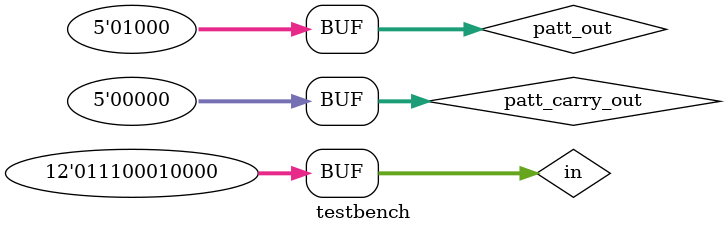
<source format=v>
module testbench;
    reg [11:0] in;

	wire [4:0] patt_out,out;
	wire [4:0] patt_carry_out,carryout;

    initial begin
        // $dumpfile("testbench.vcd");
        // $dumpvars(0, testbench);

        in = 0;
        repeat (10000) begin
            #5 in = in + 1;
        end

        $display("OKAY");
    end

    top uut (
	.x(in[3:0]),
	.y(in[7:4]),
	.cin(in[11:8]),
	.A(out),
	.cout(carryout)
	);

	assign {patt_carry_out,patt_out} =  in[11:8] + in[7:4] + in[3:0];

	assert_comb out_test(.A(patt_out[3]), .B(out[3]));
	assert_comb carry_test(.A(patt_carry_out[3]), .B(carryout[3]));

endmodule


</source>
